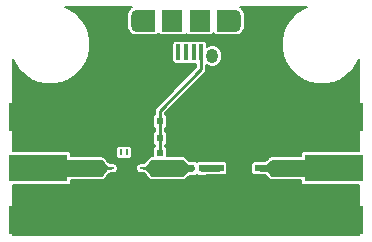
<source format=gbr>
G04 #@! TF.GenerationSoftware,KiCad,Pcbnew,5.0.1-33cea8e~68~ubuntu16.04.1*
G04 #@! TF.CreationDate,2018-11-05T16:05:36+00:00*
G04 #@! TF.ProjectId,lna,6C6E612E6B696361645F706362000000,rev?*
G04 #@! TF.SameCoordinates,Original*
G04 #@! TF.FileFunction,Copper,L1,Top,Signal*
G04 #@! TF.FilePolarity,Positive*
%FSLAX46Y46*%
G04 Gerber Fmt 4.6, Leading zero omitted, Abs format (unit mm)*
G04 Created by KiCad (PCBNEW 5.0.1-33cea8e~68~ubuntu16.04.1) date Mon 05 Nov 2018 04:05:36 PM GMT*
%MOMM*%
%LPD*%
G01*
G04 APERTURE LIST*
G04 #@! TA.AperFunction,SMDPad,CuDef*
%ADD10R,0.620000X0.620000*%
G04 #@! TD*
G04 #@! TA.AperFunction,SMDPad,CuDef*
%ADD11R,1.750000X0.990000*%
G04 #@! TD*
G04 #@! TA.AperFunction,SMDPad,CuDef*
%ADD12R,0.990000X0.610000*%
G04 #@! TD*
G04 #@! TA.AperFunction,SMDPad,CuDef*
%ADD13R,0.510000X0.250000*%
G04 #@! TD*
G04 #@! TA.AperFunction,SMDPad,CuDef*
%ADD14R,0.250000X0.510000*%
G04 #@! TD*
G04 #@! TA.AperFunction,SMDPad,CuDef*
%ADD15R,1.250000X1.250000*%
G04 #@! TD*
G04 #@! TA.AperFunction,SMDPad,CuDef*
%ADD16R,0.400000X1.350000*%
G04 #@! TD*
G04 #@! TA.AperFunction,ComponentPad*
%ADD17O,1.000000X1.250000*%
G04 #@! TD*
G04 #@! TA.AperFunction,SMDPad,CuDef*
%ADD18R,1.800000X1.900000*%
G04 #@! TD*
G04 #@! TA.AperFunction,SMDPad,CuDef*
%ADD19R,1.575000X1.900000*%
G04 #@! TD*
G04 #@! TA.AperFunction,ComponentPad*
%ADD20O,1.000000X1.900000*%
G04 #@! TD*
G04 #@! TA.AperFunction,SMDPad,CuDef*
%ADD21R,5.000000X2.300000*%
G04 #@! TD*
G04 #@! TA.AperFunction,SMDPad,CuDef*
%ADD22R,5.000000X2.400000*%
G04 #@! TD*
G04 #@! TA.AperFunction,ViaPad*
%ADD23C,0.800000*%
G04 #@! TD*
G04 #@! TA.AperFunction,Conductor*
%ADD24C,0.250000*%
G04 #@! TD*
G04 #@! TA.AperFunction,Conductor*
%ADD25C,0.600000*%
G04 #@! TD*
G04 #@! TA.AperFunction,Conductor*
%ADD26C,1.421000*%
G04 #@! TD*
G04 #@! TA.AperFunction,Conductor*
%ADD27C,0.200000*%
G04 #@! TD*
G04 #@! TA.AperFunction,Conductor*
%ADD28C,0.150000*%
G04 #@! TD*
%ADD29C,0.150000*%
G04 APERTURE END LIST*
D10*
G04 #@! TO.P,C1,2*
G04 #@! TO.N,GND*
X63690000Y-71440000D03*
G04 #@! TO.P,C1,1*
G04 #@! TO.N,5v*
X62790000Y-71440000D03*
G04 #@! TD*
G04 #@! TO.P,C2,1*
G04 #@! TO.N,5v*
X62790000Y-70030000D03*
G04 #@! TO.P,C2,2*
G04 #@! TO.N,GND*
X63690000Y-70030000D03*
G04 #@! TD*
G04 #@! TO.P,C3,1*
G04 #@! TO.N,Net-(C3-Pad1)*
X65450000Y-74000000D03*
G04 #@! TO.P,C3,2*
G04 #@! TO.N,Net-(C3-Pad2)*
X66350000Y-74000000D03*
G04 #@! TD*
D11*
G04 #@! TO.P,F1,4*
G04 #@! TO.N,GND*
X69500000Y-72990000D03*
D12*
G04 #@! TO.P,F1,3*
G04 #@! TO.N,Net-(F1-Pad3)*
X71310000Y-74000000D03*
D11*
G04 #@! TO.P,F1,2*
G04 #@! TO.N,GND*
X69500000Y-75010000D03*
D12*
G04 #@! TO.P,F1,1*
G04 #@! TO.N,Net-(C3-Pad2)*
X67690000Y-74000000D03*
G04 #@! TD*
D13*
G04 #@! TO.P,IC1,1*
G04 #@! TO.N,GND*
X58645000Y-73490000D03*
G04 #@! TO.P,IC1,2*
G04 #@! TO.N,Net-(IC1-Pad2)*
X58645000Y-74000000D03*
G04 #@! TO.P,IC1,3*
G04 #@! TO.N,GND*
X58645000Y-74510000D03*
D14*
G04 #@! TO.P,IC1,4*
X59490000Y-75355000D03*
G04 #@! TO.P,IC1,5*
X60000000Y-75355000D03*
G04 #@! TO.P,IC1,6*
X60510000Y-75355000D03*
D13*
G04 #@! TO.P,IC1,7*
X61355000Y-74510000D03*
G04 #@! TO.P,IC1,8*
G04 #@! TO.N,Net-(C3-Pad1)*
X61355000Y-74000000D03*
G04 #@! TO.P,IC1,9*
G04 #@! TO.N,GND*
X61355000Y-73490000D03*
D14*
G04 #@! TO.P,IC1,10*
X60510000Y-72645000D03*
G04 #@! TO.P,IC1,11*
G04 #@! TO.N,Net-(IC1-Pad11)*
X60000000Y-72645000D03*
G04 #@! TO.P,IC1,12*
G04 #@! TO.N,Net-(IC1-Pad12)*
X59490000Y-72645000D03*
D15*
G04 #@! TO.P,IC1,EP*
G04 #@! TO.N,GND*
X60000000Y-74000000D03*
G04 #@! TD*
D16*
G04 #@! TO.P,J1,3*
G04 #@! TO.N,Net-(J1-Pad3)*
X65000000Y-64175000D03*
G04 #@! TO.P,J1,4*
G04 #@! TO.N,Net-(J1-Pad4)*
X64350000Y-64175000D03*
G04 #@! TO.P,J1,2*
G04 #@! TO.N,Net-(J1-Pad2)*
X65650000Y-64175000D03*
G04 #@! TO.P,J1,1*
G04 #@! TO.N,5v*
X66300000Y-64175000D03*
G04 #@! TO.P,J1,5*
G04 #@! TO.N,GND*
X63700000Y-64175000D03*
D17*
G04 #@! TO.P,J1,S*
X62775000Y-64500000D03*
G04 #@! TO.P,J1,*
G04 #@! TO.N,*
X67225000Y-64500000D03*
D18*
X63850000Y-61500000D03*
X66150000Y-61500000D03*
D19*
X61612500Y-61500000D03*
D20*
X60825000Y-61500000D03*
D19*
X68387500Y-61500000D03*
D20*
X69175000Y-61500000D03*
G04 #@! TD*
D10*
G04 #@! TO.P,L1,1*
G04 #@! TO.N,Net-(IC1-Pad2)*
X56490000Y-73600000D03*
G04 #@! TO.P,L1,2*
G04 #@! TO.N,GND*
X56490000Y-72700000D03*
G04 #@! TD*
G04 #@! TO.P,L2,2*
G04 #@! TO.N,Net-(C3-Pad1)*
X62790000Y-73600000D03*
G04 #@! TO.P,L2,1*
G04 #@! TO.N,5v*
X62790000Y-72700000D03*
G04 #@! TD*
D21*
G04 #@! TO.P,P1,1*
G04 #@! TO.N,Net-(IC1-Pad2)*
X52500000Y-74000000D03*
D22*
G04 #@! TO.P,P1,2*
G04 #@! TO.N,GND*
X52500000Y-78375000D03*
X52500000Y-69625000D03*
G04 #@! TD*
G04 #@! TO.P,P2,2*
G04 #@! TO.N,GND*
X77500000Y-78375000D03*
X77500000Y-69625000D03*
D21*
G04 #@! TO.P,P2,1*
G04 #@! TO.N,Net-(F1-Pad3)*
X77500000Y-74000000D03*
G04 #@! TD*
D23*
G04 #@! TO.N,GND*
X60000000Y-74000000D03*
X56400000Y-75600000D03*
X58500000Y-75500000D03*
X58500000Y-72500000D03*
X59400000Y-76400000D03*
X60600000Y-76400000D03*
X61500000Y-75500000D03*
X62600000Y-75600000D03*
X63900000Y-75600000D03*
X65100000Y-75600000D03*
X66400000Y-75600000D03*
X68900000Y-76200000D03*
X70100000Y-76200000D03*
X71500000Y-75600000D03*
X72700000Y-75600000D03*
X74000000Y-75600000D03*
X67600000Y-75600000D03*
X56400000Y-71800000D03*
X61500000Y-72500000D03*
X65100000Y-72500000D03*
X67600000Y-72500000D03*
X66400000Y-72500000D03*
X68900000Y-71800000D03*
X70100000Y-71800000D03*
X71500000Y-72400000D03*
X72700000Y-72400000D03*
X74000000Y-72400000D03*
X64700000Y-70000000D03*
X64700000Y-71400000D03*
X51200000Y-76300000D03*
X52700000Y-76300000D03*
X54300000Y-76300000D03*
X51100000Y-71800000D03*
X52700000Y-71800000D03*
X54400000Y-71800000D03*
X75600000Y-71800000D03*
X77300000Y-71800000D03*
X78900000Y-71800000D03*
X78900000Y-76200000D03*
X77300000Y-76200000D03*
X75600000Y-76200000D03*
X63700000Y-65800000D03*
X64700000Y-65800000D03*
X62500000Y-65800000D03*
X63100000Y-66700000D03*
X69500000Y-72900000D03*
X69500000Y-75100000D03*
G04 #@! TD*
D24*
G04 #@! TO.N,GND*
X59490000Y-73490000D02*
X60000000Y-74000000D01*
X58645000Y-73490000D02*
X59490000Y-73490000D01*
X58645000Y-74510000D02*
X59490000Y-74510000D01*
X59490000Y-74510000D02*
X60000000Y-74000000D01*
X59490000Y-75355000D02*
X59490000Y-74510000D01*
X60000000Y-75355000D02*
X60000000Y-74000000D01*
X60510000Y-75355000D02*
X60510000Y-74510000D01*
X60510000Y-74510000D02*
X60000000Y-74000000D01*
X61355000Y-74510000D02*
X60510000Y-74510000D01*
X61355000Y-73490000D02*
X60510000Y-73490000D01*
X60510000Y-73490000D02*
X60000000Y-74000000D01*
X60510000Y-72645000D02*
X60510000Y-73490000D01*
G04 #@! TO.N,5v*
X62790000Y-72700000D02*
X62790000Y-71440000D01*
X62790000Y-71440000D02*
X62790000Y-70030000D01*
X66300000Y-64175000D02*
X66300000Y-65630000D01*
X62790000Y-69140000D02*
X62790000Y-70030000D01*
X66300000Y-65630000D02*
X62790000Y-69140000D01*
D25*
G04 #@! TO.N,Net-(C3-Pad1)*
X65450000Y-74000000D02*
X64490000Y-74000000D01*
D24*
X61355000Y-74000000D02*
X62260000Y-74000000D01*
D26*
X63850000Y-74000000D02*
X62470501Y-74000000D01*
D25*
X62260000Y-74000000D02*
X63850000Y-74000000D01*
D26*
X63850000Y-74000000D02*
X64490000Y-74000000D01*
D25*
G04 #@! TO.N,Net-(C3-Pad2)*
X67690000Y-74000000D02*
X66350000Y-74000000D01*
D26*
G04 #@! TO.N,Net-(F1-Pad3)*
X77500000Y-74000000D02*
X72500000Y-74000000D01*
D27*
X71310000Y-74000000D02*
X71600000Y-74000000D01*
D25*
X71310000Y-74000000D02*
X72500000Y-74000000D01*
D26*
G04 #@! TO.N,Net-(IC1-Pad2)*
X52500000Y-74000000D02*
X57560000Y-74000000D01*
D24*
X58645000Y-74000000D02*
X57560000Y-74000000D01*
G04 #@! TD*
D27*
G04 #@! TO.N,Net-(F1-Pad3)*
G36*
X72550000Y-74610000D02*
X72242146Y-74610000D01*
X71900000Y-74259301D01*
X71900000Y-73740699D01*
X72242146Y-73390000D01*
X72550000Y-73390000D01*
X72550000Y-74610000D01*
X72550000Y-74610000D01*
G37*
X72550000Y-74610000D02*
X72242146Y-74610000D01*
X71900000Y-74259301D01*
X71900000Y-73740699D01*
X72242146Y-73390000D01*
X72550000Y-73390000D01*
X72550000Y-74610000D01*
D28*
G04 #@! TO.N,Net-(IC1-Pad2)*
X57595000Y-73365000D02*
X57855250Y-73365000D01*
X57595000Y-73507500D02*
X57976012Y-73507500D01*
X57595000Y-73650000D02*
X58096775Y-73650000D01*
X57595000Y-73792500D02*
X58217538Y-73792500D01*
X57595000Y-73935000D02*
X58315000Y-73935000D01*
X57595000Y-74077500D02*
X58315000Y-74077500D01*
X57595000Y-74220000D02*
X58206945Y-74220000D01*
X57595000Y-74362500D02*
X58086183Y-74362500D01*
X57595000Y-74505000D02*
X57965420Y-74505000D01*
X58315000Y-73907505D02*
X58315000Y-74092495D01*
X58172500Y-73739355D02*
X58172500Y-74260645D01*
X58030000Y-73571205D02*
X58030000Y-74428795D01*
X57887500Y-73403055D02*
X57887500Y-74596945D01*
X57745000Y-73365000D02*
X57745000Y-74635000D01*
X57602500Y-73365000D02*
X57602500Y-74635000D01*
D29*
X58315000Y-73907505D02*
X58315000Y-74092495D01*
X57855250Y-74635000D01*
X57595000Y-74635000D01*
X57595000Y-73365000D01*
X57855250Y-73365000D01*
X58315000Y-73907505D01*
D28*
G04 #@! TO.N,Net-(C3-Pad1)*
X62144750Y-73365000D02*
X62405000Y-73365000D01*
X62023987Y-73507500D02*
X62405000Y-73507500D01*
X61903224Y-73650000D02*
X62405000Y-73650000D01*
X61782461Y-73792500D02*
X62405000Y-73792500D01*
X61685000Y-73935000D02*
X62405000Y-73935000D01*
X61685000Y-74077500D02*
X62405000Y-74077500D01*
X61793056Y-74220000D02*
X62405000Y-74220000D01*
X61913818Y-74362500D02*
X62405000Y-74362500D01*
X62034581Y-74505000D02*
X62405000Y-74505000D01*
X62405000Y-73365000D02*
X62405000Y-74635000D01*
X62262500Y-73365000D02*
X62262500Y-74635000D01*
X62120000Y-73394205D02*
X62120000Y-74605795D01*
X61977500Y-73562355D02*
X61977500Y-74437645D01*
X61835000Y-73730505D02*
X61835000Y-74269495D01*
X61692500Y-73898655D02*
X61692500Y-74101345D01*
D29*
X62405000Y-74635000D02*
X62144750Y-74635000D01*
X61685000Y-74092495D01*
X61685000Y-73907505D01*
X62144750Y-73365000D01*
X62405000Y-73365000D01*
X62405000Y-74635000D01*
D28*
X64505000Y-73365739D02*
X64767262Y-73365739D01*
X64505000Y-73508239D02*
X64899387Y-73508239D01*
X64505000Y-73650739D02*
X65031512Y-73650739D01*
X64505000Y-73793239D02*
X65163638Y-73793239D01*
X64505000Y-73935739D02*
X65225000Y-73935739D01*
X64505000Y-74078239D02*
X65225000Y-74078239D01*
X64505000Y-74220739D02*
X65150935Y-74220739D01*
X64505000Y-74363239D02*
X65019171Y-74363239D01*
X64505000Y-74505739D02*
X64887407Y-74505739D01*
X65225000Y-73859419D02*
X65225000Y-74140639D01*
X65082500Y-73705729D02*
X65082500Y-74294749D01*
X64940000Y-73552040D02*
X64940000Y-74448860D01*
X64797500Y-73398351D02*
X64797500Y-74602971D01*
X64655000Y-73365739D02*
X64655000Y-74635739D01*
X64512500Y-73365739D02*
X64512500Y-74635739D01*
D29*
X65225000Y-73859419D02*
X65225000Y-74140639D01*
X64767201Y-74635739D01*
X64505000Y-74635739D01*
X64505000Y-73365739D01*
X64767262Y-73365739D01*
X65225000Y-73859419D01*
D27*
G04 #@! TO.N,GND*
G36*
X60378395Y-60381607D02*
X60256579Y-60481578D01*
X60156608Y-60603394D01*
X60082322Y-60742372D01*
X60036577Y-60893173D01*
X60025000Y-61010707D01*
X60025000Y-61989292D01*
X60036576Y-62106826D01*
X60082321Y-62257627D01*
X60156607Y-62396605D01*
X60256578Y-62518422D01*
X60378394Y-62618393D01*
X60517372Y-62692679D01*
X60668173Y-62738424D01*
X60825000Y-62753870D01*
X60849561Y-62751451D01*
X62400000Y-62751451D01*
X62458810Y-62745659D01*
X62515360Y-62728504D01*
X62567477Y-62700647D01*
X62613158Y-62663158D01*
X62650647Y-62617477D01*
X62675000Y-62571916D01*
X62699353Y-62617477D01*
X62736842Y-62663158D01*
X62782523Y-62700647D01*
X62834640Y-62728504D01*
X62891190Y-62745659D01*
X62950000Y-62751451D01*
X64750000Y-62751451D01*
X64808810Y-62745659D01*
X64865360Y-62728504D01*
X64917477Y-62700647D01*
X64963158Y-62663158D01*
X65000000Y-62618265D01*
X65036842Y-62663158D01*
X65082523Y-62700647D01*
X65134640Y-62728504D01*
X65191190Y-62745659D01*
X65250000Y-62751451D01*
X67050000Y-62751451D01*
X67108810Y-62745659D01*
X67165360Y-62728504D01*
X67217477Y-62700647D01*
X67263158Y-62663158D01*
X67300647Y-62617477D01*
X67325000Y-62571916D01*
X67349353Y-62617477D01*
X67386842Y-62663158D01*
X67432523Y-62700647D01*
X67484640Y-62728504D01*
X67541190Y-62745659D01*
X67600000Y-62751451D01*
X69150439Y-62751451D01*
X69175000Y-62753870D01*
X69331826Y-62738424D01*
X69482627Y-62692679D01*
X69621605Y-62618393D01*
X69743422Y-62518422D01*
X69843393Y-62396606D01*
X69917679Y-62257628D01*
X69963424Y-62106827D01*
X69975000Y-61989293D01*
X69975000Y-61010707D01*
X69963424Y-60893173D01*
X69917679Y-60742372D01*
X69843393Y-60603394D01*
X69743422Y-60481578D01*
X69621606Y-60381607D01*
X69562474Y-60350000D01*
X75220145Y-60350000D01*
X74889496Y-60486959D01*
X74332626Y-60859048D01*
X73859048Y-61332626D01*
X73486959Y-61889496D01*
X73230660Y-62508257D01*
X73100000Y-63165129D01*
X73100000Y-63834871D01*
X73230660Y-64491743D01*
X73486959Y-65110504D01*
X73859048Y-65667374D01*
X74332626Y-66140952D01*
X74889496Y-66513041D01*
X75508257Y-66769340D01*
X76165129Y-66900000D01*
X76834871Y-66900000D01*
X77491743Y-66769340D01*
X78110504Y-66513041D01*
X78667374Y-66140952D01*
X79140952Y-65667374D01*
X79513041Y-65110504D01*
X79650000Y-64779855D01*
X79650001Y-72548549D01*
X75000000Y-72548549D01*
X74941190Y-72554341D01*
X74884640Y-72571496D01*
X74832523Y-72599353D01*
X74786842Y-72636842D01*
X74749353Y-72682523D01*
X74721496Y-72734640D01*
X74704341Y-72791190D01*
X74698549Y-72850000D01*
X74698549Y-72989500D01*
X72450360Y-72989500D01*
X72445283Y-72990000D01*
X72200000Y-72990000D01*
X72081782Y-73014274D01*
X71985265Y-73080503D01*
X71815418Y-73254596D01*
X71782012Y-73282012D01*
X71746738Y-73324993D01*
X71679854Y-73393549D01*
X70815000Y-73393549D01*
X70756190Y-73399341D01*
X70699640Y-73416496D01*
X70647523Y-73444353D01*
X70601842Y-73481842D01*
X70564353Y-73527523D01*
X70536496Y-73579640D01*
X70519341Y-73636190D01*
X70513549Y-73695000D01*
X70513549Y-74305000D01*
X70519341Y-74363810D01*
X70536496Y-74420360D01*
X70564353Y-74472477D01*
X70601842Y-74518158D01*
X70647523Y-74555647D01*
X70699640Y-74583504D01*
X70756190Y-74600659D01*
X70815000Y-74606451D01*
X71679854Y-74606451D01*
X71746738Y-74675007D01*
X71782012Y-74717988D01*
X71815418Y-74745404D01*
X71985265Y-74919497D01*
X72085195Y-74987164D01*
X72200000Y-75010000D01*
X72445283Y-75010000D01*
X72450360Y-75010500D01*
X74698549Y-75010500D01*
X74698549Y-75150000D01*
X74704341Y-75208810D01*
X74721496Y-75265360D01*
X74749353Y-75317477D01*
X74786842Y-75363158D01*
X74832523Y-75400647D01*
X74884640Y-75428504D01*
X74941190Y-75445659D01*
X75000000Y-75451451D01*
X79650001Y-75451451D01*
X79650001Y-79650000D01*
X50350000Y-79650000D01*
X50350000Y-75451451D01*
X55000000Y-75451451D01*
X55058810Y-75445659D01*
X55115360Y-75428504D01*
X55167477Y-75400647D01*
X55213158Y-75363158D01*
X55250647Y-75317477D01*
X55278504Y-75265360D01*
X55295659Y-75208810D01*
X55301451Y-75150000D01*
X55301451Y-75010500D01*
X57609640Y-75010500D01*
X57614717Y-75010000D01*
X57890000Y-75010000D01*
X58027223Y-74976777D01*
X58118869Y-74903957D01*
X58273002Y-74722080D01*
X58277988Y-74717988D01*
X58324523Y-74661285D01*
X58523535Y-74426451D01*
X58900000Y-74426451D01*
X58958810Y-74420659D01*
X59015360Y-74403504D01*
X59067477Y-74375647D01*
X59113158Y-74338158D01*
X59150647Y-74292477D01*
X59178504Y-74240360D01*
X59195659Y-74183810D01*
X59201451Y-74125000D01*
X59201451Y-73875000D01*
X60798549Y-73875000D01*
X60798549Y-74125000D01*
X60804341Y-74183810D01*
X60821496Y-74240360D01*
X60849353Y-74292477D01*
X60886842Y-74338158D01*
X60932523Y-74375647D01*
X60984640Y-74403504D01*
X61041190Y-74420659D01*
X61100000Y-74426451D01*
X61476465Y-74426451D01*
X61881131Y-74903957D01*
X61995195Y-74987164D01*
X62110000Y-75010000D01*
X62415784Y-75010000D01*
X62420861Y-75010500D01*
X64428798Y-75010500D01*
X64430000Y-75010739D01*
X64800000Y-75010739D01*
X64925558Y-74983200D01*
X65020267Y-74914411D01*
X65182707Y-74738736D01*
X65207988Y-74717988D01*
X65256107Y-74659355D01*
X65300402Y-74611451D01*
X65760000Y-74611451D01*
X65818810Y-74605659D01*
X65875360Y-74588504D01*
X65900000Y-74575334D01*
X65924640Y-74588504D01*
X65981190Y-74605659D01*
X66040000Y-74611451D01*
X66660000Y-74611451D01*
X66718810Y-74605659D01*
X66737464Y-74600000D01*
X67134018Y-74600000D01*
X67136190Y-74600659D01*
X67195000Y-74606451D01*
X68185000Y-74606451D01*
X68243810Y-74600659D01*
X68300360Y-74583504D01*
X68352477Y-74555647D01*
X68398158Y-74518158D01*
X68435647Y-74472477D01*
X68463504Y-74420360D01*
X68480659Y-74363810D01*
X68486451Y-74305000D01*
X68486451Y-73695000D01*
X68480659Y-73636190D01*
X68463504Y-73579640D01*
X68435647Y-73527523D01*
X68398158Y-73481842D01*
X68352477Y-73444353D01*
X68300360Y-73416496D01*
X68243810Y-73399341D01*
X68185000Y-73393549D01*
X67195000Y-73393549D01*
X67136190Y-73399341D01*
X67134018Y-73400000D01*
X66737464Y-73400000D01*
X66718810Y-73394341D01*
X66660000Y-73388549D01*
X66040000Y-73388549D01*
X65981190Y-73394341D01*
X65924640Y-73411496D01*
X65900000Y-73424666D01*
X65875360Y-73411496D01*
X65818810Y-73394341D01*
X65760000Y-73388549D01*
X65299801Y-73388549D01*
X65261677Y-73347432D01*
X65207988Y-73282012D01*
X65178842Y-73258092D01*
X65019989Y-73086766D01*
X64914805Y-73013575D01*
X64800000Y-72990739D01*
X64552220Y-72990739D01*
X64539640Y-72989500D01*
X63401451Y-72989500D01*
X63401451Y-72390000D01*
X63395659Y-72331190D01*
X63378504Y-72274640D01*
X63350647Y-72222523D01*
X63313158Y-72176842D01*
X63267477Y-72139353D01*
X63215360Y-72111496D01*
X63215000Y-72111387D01*
X63215000Y-72028613D01*
X63215360Y-72028504D01*
X63267477Y-72000647D01*
X63313158Y-71963158D01*
X63350647Y-71917477D01*
X63378504Y-71865360D01*
X63395659Y-71808810D01*
X63401451Y-71750000D01*
X63401451Y-71130000D01*
X63395659Y-71071190D01*
X63378504Y-71014640D01*
X63350647Y-70962523D01*
X63313158Y-70916842D01*
X63267477Y-70879353D01*
X63215360Y-70851496D01*
X63215000Y-70851387D01*
X63215000Y-70618613D01*
X63215360Y-70618504D01*
X63267477Y-70590647D01*
X63313158Y-70553158D01*
X63350647Y-70507477D01*
X63378504Y-70455360D01*
X63395659Y-70398810D01*
X63401451Y-70340000D01*
X63401451Y-69720000D01*
X63395659Y-69661190D01*
X63378504Y-69604640D01*
X63350647Y-69552523D01*
X63313158Y-69506842D01*
X63267477Y-69469353D01*
X63215360Y-69441496D01*
X63215000Y-69441387D01*
X63215000Y-69316040D01*
X66585756Y-65945284D01*
X66601974Y-65931974D01*
X66655084Y-65867260D01*
X66694548Y-65793427D01*
X66718850Y-65713314D01*
X66725000Y-65650874D01*
X66727056Y-65630000D01*
X66725000Y-65609126D01*
X66725000Y-65249574D01*
X66778394Y-65293393D01*
X66917372Y-65367679D01*
X67068173Y-65413424D01*
X67225000Y-65428870D01*
X67381826Y-65413424D01*
X67532627Y-65367679D01*
X67671605Y-65293393D01*
X67793422Y-65193422D01*
X67893393Y-65071606D01*
X67967679Y-64932628D01*
X68013424Y-64781827D01*
X68025000Y-64664293D01*
X68025000Y-64335708D01*
X68013424Y-64218174D01*
X67967679Y-64067372D01*
X67893393Y-63928394D01*
X67793422Y-63806578D01*
X67671606Y-63706607D01*
X67532628Y-63632321D01*
X67381827Y-63586576D01*
X67225000Y-63571130D01*
X67068174Y-63586576D01*
X66917373Y-63632321D01*
X66801451Y-63694283D01*
X66801451Y-63500000D01*
X66795659Y-63441190D01*
X66778504Y-63384640D01*
X66750647Y-63332523D01*
X66713158Y-63286842D01*
X66667477Y-63249353D01*
X66615360Y-63221496D01*
X66558810Y-63204341D01*
X66500000Y-63198549D01*
X66100000Y-63198549D01*
X66041190Y-63204341D01*
X65984640Y-63221496D01*
X65975000Y-63226649D01*
X65965360Y-63221496D01*
X65908810Y-63204341D01*
X65850000Y-63198549D01*
X65450000Y-63198549D01*
X65391190Y-63204341D01*
X65334640Y-63221496D01*
X65325000Y-63226649D01*
X65315360Y-63221496D01*
X65258810Y-63204341D01*
X65200000Y-63198549D01*
X64800000Y-63198549D01*
X64741190Y-63204341D01*
X64684640Y-63221496D01*
X64675000Y-63226649D01*
X64665360Y-63221496D01*
X64608810Y-63204341D01*
X64550000Y-63198549D01*
X64150000Y-63198549D01*
X64091190Y-63204341D01*
X64034640Y-63221496D01*
X63982523Y-63249353D01*
X63936842Y-63286842D01*
X63899353Y-63332523D01*
X63871496Y-63384640D01*
X63854341Y-63441190D01*
X63848549Y-63500000D01*
X63848549Y-64850000D01*
X63854341Y-64908810D01*
X63871496Y-64965360D01*
X63899353Y-65017477D01*
X63936842Y-65063158D01*
X63982523Y-65100647D01*
X64034640Y-65128504D01*
X64091190Y-65145659D01*
X64150000Y-65151451D01*
X64550000Y-65151451D01*
X64608810Y-65145659D01*
X64665360Y-65128504D01*
X64675000Y-65123351D01*
X64684640Y-65128504D01*
X64741190Y-65145659D01*
X64800000Y-65151451D01*
X65200000Y-65151451D01*
X65258810Y-65145659D01*
X65315360Y-65128504D01*
X65325000Y-65123351D01*
X65334640Y-65128504D01*
X65391190Y-65145659D01*
X65450000Y-65151451D01*
X65850000Y-65151451D01*
X65875001Y-65148989D01*
X65875001Y-65453959D01*
X62504244Y-68824716D01*
X62488026Y-68838026D01*
X62434916Y-68902741D01*
X62395452Y-68976574D01*
X62371150Y-69056687D01*
X62365000Y-69119127D01*
X62365000Y-69119133D01*
X62362945Y-69140000D01*
X62365000Y-69160867D01*
X62365000Y-69441387D01*
X62364640Y-69441496D01*
X62312523Y-69469353D01*
X62266842Y-69506842D01*
X62229353Y-69552523D01*
X62201496Y-69604640D01*
X62184341Y-69661190D01*
X62178549Y-69720000D01*
X62178549Y-70340000D01*
X62184341Y-70398810D01*
X62201496Y-70455360D01*
X62229353Y-70507477D01*
X62266842Y-70553158D01*
X62312523Y-70590647D01*
X62364640Y-70618504D01*
X62365001Y-70618613D01*
X62365000Y-70851387D01*
X62364640Y-70851496D01*
X62312523Y-70879353D01*
X62266842Y-70916842D01*
X62229353Y-70962523D01*
X62201496Y-71014640D01*
X62184341Y-71071190D01*
X62178549Y-71130000D01*
X62178549Y-71750000D01*
X62184341Y-71808810D01*
X62201496Y-71865360D01*
X62229353Y-71917477D01*
X62266842Y-71963158D01*
X62312523Y-72000647D01*
X62364640Y-72028504D01*
X62365001Y-72028613D01*
X62365000Y-72111387D01*
X62364640Y-72111496D01*
X62312523Y-72139353D01*
X62266842Y-72176842D01*
X62229353Y-72222523D01*
X62201496Y-72274640D01*
X62184341Y-72331190D01*
X62178549Y-72390000D01*
X62178549Y-72990000D01*
X62110000Y-72990000D01*
X61972777Y-73023223D01*
X61881131Y-73096043D01*
X61476465Y-73573549D01*
X61100000Y-73573549D01*
X61041190Y-73579341D01*
X60984640Y-73596496D01*
X60932523Y-73624353D01*
X60886842Y-73661842D01*
X60849353Y-73707523D01*
X60821496Y-73759640D01*
X60804341Y-73816190D01*
X60798549Y-73875000D01*
X59201451Y-73875000D01*
X59195659Y-73816190D01*
X59178504Y-73759640D01*
X59150647Y-73707523D01*
X59113158Y-73661842D01*
X59067477Y-73624353D01*
X59015360Y-73596496D01*
X58958810Y-73579341D01*
X58900000Y-73573549D01*
X58523535Y-73573549D01*
X58324523Y-73338715D01*
X58277988Y-73282012D01*
X58273002Y-73277920D01*
X58118869Y-73096043D01*
X58004805Y-73012836D01*
X57890000Y-72990000D01*
X57614717Y-72990000D01*
X57609640Y-72989500D01*
X56809656Y-72989500D01*
X56800000Y-72988549D01*
X56180000Y-72988549D01*
X56170344Y-72989500D01*
X55301451Y-72989500D01*
X55301451Y-72850000D01*
X55295659Y-72791190D01*
X55278504Y-72734640D01*
X55250647Y-72682523D01*
X55213158Y-72636842D01*
X55167477Y-72599353D01*
X55115360Y-72571496D01*
X55058810Y-72554341D01*
X55000000Y-72548549D01*
X50350000Y-72548549D01*
X50350000Y-72390000D01*
X59063549Y-72390000D01*
X59063549Y-72900000D01*
X59069341Y-72958810D01*
X59086496Y-73015360D01*
X59114353Y-73067477D01*
X59151842Y-73113158D01*
X59197523Y-73150647D01*
X59249640Y-73178504D01*
X59306190Y-73195659D01*
X59365000Y-73201451D01*
X59615000Y-73201451D01*
X59673810Y-73195659D01*
X59730360Y-73178504D01*
X59745000Y-73170679D01*
X59759640Y-73178504D01*
X59816190Y-73195659D01*
X59875000Y-73201451D01*
X60125000Y-73201451D01*
X60183810Y-73195659D01*
X60240360Y-73178504D01*
X60292477Y-73150647D01*
X60338158Y-73113158D01*
X60375647Y-73067477D01*
X60403504Y-73015360D01*
X60420659Y-72958810D01*
X60426451Y-72900000D01*
X60426451Y-72390000D01*
X60420659Y-72331190D01*
X60403504Y-72274640D01*
X60375647Y-72222523D01*
X60338158Y-72176842D01*
X60292477Y-72139353D01*
X60240360Y-72111496D01*
X60183810Y-72094341D01*
X60125000Y-72088549D01*
X59875000Y-72088549D01*
X59816190Y-72094341D01*
X59759640Y-72111496D01*
X59745000Y-72119321D01*
X59730360Y-72111496D01*
X59673810Y-72094341D01*
X59615000Y-72088549D01*
X59365000Y-72088549D01*
X59306190Y-72094341D01*
X59249640Y-72111496D01*
X59197523Y-72139353D01*
X59151842Y-72176842D01*
X59114353Y-72222523D01*
X59086496Y-72274640D01*
X59069341Y-72331190D01*
X59063549Y-72390000D01*
X50350000Y-72390000D01*
X50350000Y-64779855D01*
X50486959Y-65110504D01*
X50859048Y-65667374D01*
X51332626Y-66140952D01*
X51889496Y-66513041D01*
X52508257Y-66769340D01*
X53165129Y-66900000D01*
X53834871Y-66900000D01*
X54491743Y-66769340D01*
X55110504Y-66513041D01*
X55667374Y-66140952D01*
X56140952Y-65667374D01*
X56513041Y-65110504D01*
X56769340Y-64491743D01*
X56900000Y-63834871D01*
X56900000Y-63165129D01*
X56769340Y-62508257D01*
X56513041Y-61889496D01*
X56140952Y-61332626D01*
X55667374Y-60859048D01*
X55110504Y-60486959D01*
X54779855Y-60350000D01*
X60437527Y-60350000D01*
X60378395Y-60381607D01*
X60378395Y-60381607D01*
G37*
X60378395Y-60381607D02*
X60256579Y-60481578D01*
X60156608Y-60603394D01*
X60082322Y-60742372D01*
X60036577Y-60893173D01*
X60025000Y-61010707D01*
X60025000Y-61989292D01*
X60036576Y-62106826D01*
X60082321Y-62257627D01*
X60156607Y-62396605D01*
X60256578Y-62518422D01*
X60378394Y-62618393D01*
X60517372Y-62692679D01*
X60668173Y-62738424D01*
X60825000Y-62753870D01*
X60849561Y-62751451D01*
X62400000Y-62751451D01*
X62458810Y-62745659D01*
X62515360Y-62728504D01*
X62567477Y-62700647D01*
X62613158Y-62663158D01*
X62650647Y-62617477D01*
X62675000Y-62571916D01*
X62699353Y-62617477D01*
X62736842Y-62663158D01*
X62782523Y-62700647D01*
X62834640Y-62728504D01*
X62891190Y-62745659D01*
X62950000Y-62751451D01*
X64750000Y-62751451D01*
X64808810Y-62745659D01*
X64865360Y-62728504D01*
X64917477Y-62700647D01*
X64963158Y-62663158D01*
X65000000Y-62618265D01*
X65036842Y-62663158D01*
X65082523Y-62700647D01*
X65134640Y-62728504D01*
X65191190Y-62745659D01*
X65250000Y-62751451D01*
X67050000Y-62751451D01*
X67108810Y-62745659D01*
X67165360Y-62728504D01*
X67217477Y-62700647D01*
X67263158Y-62663158D01*
X67300647Y-62617477D01*
X67325000Y-62571916D01*
X67349353Y-62617477D01*
X67386842Y-62663158D01*
X67432523Y-62700647D01*
X67484640Y-62728504D01*
X67541190Y-62745659D01*
X67600000Y-62751451D01*
X69150439Y-62751451D01*
X69175000Y-62753870D01*
X69331826Y-62738424D01*
X69482627Y-62692679D01*
X69621605Y-62618393D01*
X69743422Y-62518422D01*
X69843393Y-62396606D01*
X69917679Y-62257628D01*
X69963424Y-62106827D01*
X69975000Y-61989293D01*
X69975000Y-61010707D01*
X69963424Y-60893173D01*
X69917679Y-60742372D01*
X69843393Y-60603394D01*
X69743422Y-60481578D01*
X69621606Y-60381607D01*
X69562474Y-60350000D01*
X75220145Y-60350000D01*
X74889496Y-60486959D01*
X74332626Y-60859048D01*
X73859048Y-61332626D01*
X73486959Y-61889496D01*
X73230660Y-62508257D01*
X73100000Y-63165129D01*
X73100000Y-63834871D01*
X73230660Y-64491743D01*
X73486959Y-65110504D01*
X73859048Y-65667374D01*
X74332626Y-66140952D01*
X74889496Y-66513041D01*
X75508257Y-66769340D01*
X76165129Y-66900000D01*
X76834871Y-66900000D01*
X77491743Y-66769340D01*
X78110504Y-66513041D01*
X78667374Y-66140952D01*
X79140952Y-65667374D01*
X79513041Y-65110504D01*
X79650000Y-64779855D01*
X79650001Y-72548549D01*
X75000000Y-72548549D01*
X74941190Y-72554341D01*
X74884640Y-72571496D01*
X74832523Y-72599353D01*
X74786842Y-72636842D01*
X74749353Y-72682523D01*
X74721496Y-72734640D01*
X74704341Y-72791190D01*
X74698549Y-72850000D01*
X74698549Y-72989500D01*
X72450360Y-72989500D01*
X72445283Y-72990000D01*
X72200000Y-72990000D01*
X72081782Y-73014274D01*
X71985265Y-73080503D01*
X71815418Y-73254596D01*
X71782012Y-73282012D01*
X71746738Y-73324993D01*
X71679854Y-73393549D01*
X70815000Y-73393549D01*
X70756190Y-73399341D01*
X70699640Y-73416496D01*
X70647523Y-73444353D01*
X70601842Y-73481842D01*
X70564353Y-73527523D01*
X70536496Y-73579640D01*
X70519341Y-73636190D01*
X70513549Y-73695000D01*
X70513549Y-74305000D01*
X70519341Y-74363810D01*
X70536496Y-74420360D01*
X70564353Y-74472477D01*
X70601842Y-74518158D01*
X70647523Y-74555647D01*
X70699640Y-74583504D01*
X70756190Y-74600659D01*
X70815000Y-74606451D01*
X71679854Y-74606451D01*
X71746738Y-74675007D01*
X71782012Y-74717988D01*
X71815418Y-74745404D01*
X71985265Y-74919497D01*
X72085195Y-74987164D01*
X72200000Y-75010000D01*
X72445283Y-75010000D01*
X72450360Y-75010500D01*
X74698549Y-75010500D01*
X74698549Y-75150000D01*
X74704341Y-75208810D01*
X74721496Y-75265360D01*
X74749353Y-75317477D01*
X74786842Y-75363158D01*
X74832523Y-75400647D01*
X74884640Y-75428504D01*
X74941190Y-75445659D01*
X75000000Y-75451451D01*
X79650001Y-75451451D01*
X79650001Y-79650000D01*
X50350000Y-79650000D01*
X50350000Y-75451451D01*
X55000000Y-75451451D01*
X55058810Y-75445659D01*
X55115360Y-75428504D01*
X55167477Y-75400647D01*
X55213158Y-75363158D01*
X55250647Y-75317477D01*
X55278504Y-75265360D01*
X55295659Y-75208810D01*
X55301451Y-75150000D01*
X55301451Y-75010500D01*
X57609640Y-75010500D01*
X57614717Y-75010000D01*
X57890000Y-75010000D01*
X58027223Y-74976777D01*
X58118869Y-74903957D01*
X58273002Y-74722080D01*
X58277988Y-74717988D01*
X58324523Y-74661285D01*
X58523535Y-74426451D01*
X58900000Y-74426451D01*
X58958810Y-74420659D01*
X59015360Y-74403504D01*
X59067477Y-74375647D01*
X59113158Y-74338158D01*
X59150647Y-74292477D01*
X59178504Y-74240360D01*
X59195659Y-74183810D01*
X59201451Y-74125000D01*
X59201451Y-73875000D01*
X60798549Y-73875000D01*
X60798549Y-74125000D01*
X60804341Y-74183810D01*
X60821496Y-74240360D01*
X60849353Y-74292477D01*
X60886842Y-74338158D01*
X60932523Y-74375647D01*
X60984640Y-74403504D01*
X61041190Y-74420659D01*
X61100000Y-74426451D01*
X61476465Y-74426451D01*
X61881131Y-74903957D01*
X61995195Y-74987164D01*
X62110000Y-75010000D01*
X62415784Y-75010000D01*
X62420861Y-75010500D01*
X64428798Y-75010500D01*
X64430000Y-75010739D01*
X64800000Y-75010739D01*
X64925558Y-74983200D01*
X65020267Y-74914411D01*
X65182707Y-74738736D01*
X65207988Y-74717988D01*
X65256107Y-74659355D01*
X65300402Y-74611451D01*
X65760000Y-74611451D01*
X65818810Y-74605659D01*
X65875360Y-74588504D01*
X65900000Y-74575334D01*
X65924640Y-74588504D01*
X65981190Y-74605659D01*
X66040000Y-74611451D01*
X66660000Y-74611451D01*
X66718810Y-74605659D01*
X66737464Y-74600000D01*
X67134018Y-74600000D01*
X67136190Y-74600659D01*
X67195000Y-74606451D01*
X68185000Y-74606451D01*
X68243810Y-74600659D01*
X68300360Y-74583504D01*
X68352477Y-74555647D01*
X68398158Y-74518158D01*
X68435647Y-74472477D01*
X68463504Y-74420360D01*
X68480659Y-74363810D01*
X68486451Y-74305000D01*
X68486451Y-73695000D01*
X68480659Y-73636190D01*
X68463504Y-73579640D01*
X68435647Y-73527523D01*
X68398158Y-73481842D01*
X68352477Y-73444353D01*
X68300360Y-73416496D01*
X68243810Y-73399341D01*
X68185000Y-73393549D01*
X67195000Y-73393549D01*
X67136190Y-73399341D01*
X67134018Y-73400000D01*
X66737464Y-73400000D01*
X66718810Y-73394341D01*
X66660000Y-73388549D01*
X66040000Y-73388549D01*
X65981190Y-73394341D01*
X65924640Y-73411496D01*
X65900000Y-73424666D01*
X65875360Y-73411496D01*
X65818810Y-73394341D01*
X65760000Y-73388549D01*
X65299801Y-73388549D01*
X65261677Y-73347432D01*
X65207988Y-73282012D01*
X65178842Y-73258092D01*
X65019989Y-73086766D01*
X64914805Y-73013575D01*
X64800000Y-72990739D01*
X64552220Y-72990739D01*
X64539640Y-72989500D01*
X63401451Y-72989500D01*
X63401451Y-72390000D01*
X63395659Y-72331190D01*
X63378504Y-72274640D01*
X63350647Y-72222523D01*
X63313158Y-72176842D01*
X63267477Y-72139353D01*
X63215360Y-72111496D01*
X63215000Y-72111387D01*
X63215000Y-72028613D01*
X63215360Y-72028504D01*
X63267477Y-72000647D01*
X63313158Y-71963158D01*
X63350647Y-71917477D01*
X63378504Y-71865360D01*
X63395659Y-71808810D01*
X63401451Y-71750000D01*
X63401451Y-71130000D01*
X63395659Y-71071190D01*
X63378504Y-71014640D01*
X63350647Y-70962523D01*
X63313158Y-70916842D01*
X63267477Y-70879353D01*
X63215360Y-70851496D01*
X63215000Y-70851387D01*
X63215000Y-70618613D01*
X63215360Y-70618504D01*
X63267477Y-70590647D01*
X63313158Y-70553158D01*
X63350647Y-70507477D01*
X63378504Y-70455360D01*
X63395659Y-70398810D01*
X63401451Y-70340000D01*
X63401451Y-69720000D01*
X63395659Y-69661190D01*
X63378504Y-69604640D01*
X63350647Y-69552523D01*
X63313158Y-69506842D01*
X63267477Y-69469353D01*
X63215360Y-69441496D01*
X63215000Y-69441387D01*
X63215000Y-69316040D01*
X66585756Y-65945284D01*
X66601974Y-65931974D01*
X66655084Y-65867260D01*
X66694548Y-65793427D01*
X66718850Y-65713314D01*
X66725000Y-65650874D01*
X66727056Y-65630000D01*
X66725000Y-65609126D01*
X66725000Y-65249574D01*
X66778394Y-65293393D01*
X66917372Y-65367679D01*
X67068173Y-65413424D01*
X67225000Y-65428870D01*
X67381826Y-65413424D01*
X67532627Y-65367679D01*
X67671605Y-65293393D01*
X67793422Y-65193422D01*
X67893393Y-65071606D01*
X67967679Y-64932628D01*
X68013424Y-64781827D01*
X68025000Y-64664293D01*
X68025000Y-64335708D01*
X68013424Y-64218174D01*
X67967679Y-64067372D01*
X67893393Y-63928394D01*
X67793422Y-63806578D01*
X67671606Y-63706607D01*
X67532628Y-63632321D01*
X67381827Y-63586576D01*
X67225000Y-63571130D01*
X67068174Y-63586576D01*
X66917373Y-63632321D01*
X66801451Y-63694283D01*
X66801451Y-63500000D01*
X66795659Y-63441190D01*
X66778504Y-63384640D01*
X66750647Y-63332523D01*
X66713158Y-63286842D01*
X66667477Y-63249353D01*
X66615360Y-63221496D01*
X66558810Y-63204341D01*
X66500000Y-63198549D01*
X66100000Y-63198549D01*
X66041190Y-63204341D01*
X65984640Y-63221496D01*
X65975000Y-63226649D01*
X65965360Y-63221496D01*
X65908810Y-63204341D01*
X65850000Y-63198549D01*
X65450000Y-63198549D01*
X65391190Y-63204341D01*
X65334640Y-63221496D01*
X65325000Y-63226649D01*
X65315360Y-63221496D01*
X65258810Y-63204341D01*
X65200000Y-63198549D01*
X64800000Y-63198549D01*
X64741190Y-63204341D01*
X64684640Y-63221496D01*
X64675000Y-63226649D01*
X64665360Y-63221496D01*
X64608810Y-63204341D01*
X64550000Y-63198549D01*
X64150000Y-63198549D01*
X64091190Y-63204341D01*
X64034640Y-63221496D01*
X63982523Y-63249353D01*
X63936842Y-63286842D01*
X63899353Y-63332523D01*
X63871496Y-63384640D01*
X63854341Y-63441190D01*
X63848549Y-63500000D01*
X63848549Y-64850000D01*
X63854341Y-64908810D01*
X63871496Y-64965360D01*
X63899353Y-65017477D01*
X63936842Y-65063158D01*
X63982523Y-65100647D01*
X64034640Y-65128504D01*
X64091190Y-65145659D01*
X64150000Y-65151451D01*
X64550000Y-65151451D01*
X64608810Y-65145659D01*
X64665360Y-65128504D01*
X64675000Y-65123351D01*
X64684640Y-65128504D01*
X64741190Y-65145659D01*
X64800000Y-65151451D01*
X65200000Y-65151451D01*
X65258810Y-65145659D01*
X65315360Y-65128504D01*
X65325000Y-65123351D01*
X65334640Y-65128504D01*
X65391190Y-65145659D01*
X65450000Y-65151451D01*
X65850000Y-65151451D01*
X65875001Y-65148989D01*
X65875001Y-65453959D01*
X62504244Y-68824716D01*
X62488026Y-68838026D01*
X62434916Y-68902741D01*
X62395452Y-68976574D01*
X62371150Y-69056687D01*
X62365000Y-69119127D01*
X62365000Y-69119133D01*
X62362945Y-69140000D01*
X62365000Y-69160867D01*
X62365000Y-69441387D01*
X62364640Y-69441496D01*
X62312523Y-69469353D01*
X62266842Y-69506842D01*
X62229353Y-69552523D01*
X62201496Y-69604640D01*
X62184341Y-69661190D01*
X62178549Y-69720000D01*
X62178549Y-70340000D01*
X62184341Y-70398810D01*
X62201496Y-70455360D01*
X62229353Y-70507477D01*
X62266842Y-70553158D01*
X62312523Y-70590647D01*
X62364640Y-70618504D01*
X62365001Y-70618613D01*
X62365000Y-70851387D01*
X62364640Y-70851496D01*
X62312523Y-70879353D01*
X62266842Y-70916842D01*
X62229353Y-70962523D01*
X62201496Y-71014640D01*
X62184341Y-71071190D01*
X62178549Y-71130000D01*
X62178549Y-71750000D01*
X62184341Y-71808810D01*
X62201496Y-71865360D01*
X62229353Y-71917477D01*
X62266842Y-71963158D01*
X62312523Y-72000647D01*
X62364640Y-72028504D01*
X62365001Y-72028613D01*
X62365000Y-72111387D01*
X62364640Y-72111496D01*
X62312523Y-72139353D01*
X62266842Y-72176842D01*
X62229353Y-72222523D01*
X62201496Y-72274640D01*
X62184341Y-72331190D01*
X62178549Y-72390000D01*
X62178549Y-72990000D01*
X62110000Y-72990000D01*
X61972777Y-73023223D01*
X61881131Y-73096043D01*
X61476465Y-73573549D01*
X61100000Y-73573549D01*
X61041190Y-73579341D01*
X60984640Y-73596496D01*
X60932523Y-73624353D01*
X60886842Y-73661842D01*
X60849353Y-73707523D01*
X60821496Y-73759640D01*
X60804341Y-73816190D01*
X60798549Y-73875000D01*
X59201451Y-73875000D01*
X59195659Y-73816190D01*
X59178504Y-73759640D01*
X59150647Y-73707523D01*
X59113158Y-73661842D01*
X59067477Y-73624353D01*
X59015360Y-73596496D01*
X58958810Y-73579341D01*
X58900000Y-73573549D01*
X58523535Y-73573549D01*
X58324523Y-73338715D01*
X58277988Y-73282012D01*
X58273002Y-73277920D01*
X58118869Y-73096043D01*
X58004805Y-73012836D01*
X57890000Y-72990000D01*
X57614717Y-72990000D01*
X57609640Y-72989500D01*
X56809656Y-72989500D01*
X56800000Y-72988549D01*
X56180000Y-72988549D01*
X56170344Y-72989500D01*
X55301451Y-72989500D01*
X55301451Y-72850000D01*
X55295659Y-72791190D01*
X55278504Y-72734640D01*
X55250647Y-72682523D01*
X55213158Y-72636842D01*
X55167477Y-72599353D01*
X55115360Y-72571496D01*
X55058810Y-72554341D01*
X55000000Y-72548549D01*
X50350000Y-72548549D01*
X50350000Y-72390000D01*
X59063549Y-72390000D01*
X59063549Y-72900000D01*
X59069341Y-72958810D01*
X59086496Y-73015360D01*
X59114353Y-73067477D01*
X59151842Y-73113158D01*
X59197523Y-73150647D01*
X59249640Y-73178504D01*
X59306190Y-73195659D01*
X59365000Y-73201451D01*
X59615000Y-73201451D01*
X59673810Y-73195659D01*
X59730360Y-73178504D01*
X59745000Y-73170679D01*
X59759640Y-73178504D01*
X59816190Y-73195659D01*
X59875000Y-73201451D01*
X60125000Y-73201451D01*
X60183810Y-73195659D01*
X60240360Y-73178504D01*
X60292477Y-73150647D01*
X60338158Y-73113158D01*
X60375647Y-73067477D01*
X60403504Y-73015360D01*
X60420659Y-72958810D01*
X60426451Y-72900000D01*
X60426451Y-72390000D01*
X60420659Y-72331190D01*
X60403504Y-72274640D01*
X60375647Y-72222523D01*
X60338158Y-72176842D01*
X60292477Y-72139353D01*
X60240360Y-72111496D01*
X60183810Y-72094341D01*
X60125000Y-72088549D01*
X59875000Y-72088549D01*
X59816190Y-72094341D01*
X59759640Y-72111496D01*
X59745000Y-72119321D01*
X59730360Y-72111496D01*
X59673810Y-72094341D01*
X59615000Y-72088549D01*
X59365000Y-72088549D01*
X59306190Y-72094341D01*
X59249640Y-72111496D01*
X59197523Y-72139353D01*
X59151842Y-72176842D01*
X59114353Y-72222523D01*
X59086496Y-72274640D01*
X59069341Y-72331190D01*
X59063549Y-72390000D01*
X50350000Y-72390000D01*
X50350000Y-64779855D01*
X50486959Y-65110504D01*
X50859048Y-65667374D01*
X51332626Y-66140952D01*
X51889496Y-66513041D01*
X52508257Y-66769340D01*
X53165129Y-66900000D01*
X53834871Y-66900000D01*
X54491743Y-66769340D01*
X55110504Y-66513041D01*
X55667374Y-66140952D01*
X56140952Y-65667374D01*
X56513041Y-65110504D01*
X56769340Y-64491743D01*
X56900000Y-63834871D01*
X56900000Y-63165129D01*
X56769340Y-62508257D01*
X56513041Y-61889496D01*
X56140952Y-61332626D01*
X55667374Y-60859048D01*
X55110504Y-60486959D01*
X54779855Y-60350000D01*
X60437527Y-60350000D01*
X60378395Y-60381607D01*
G04 #@! TD*
M02*

</source>
